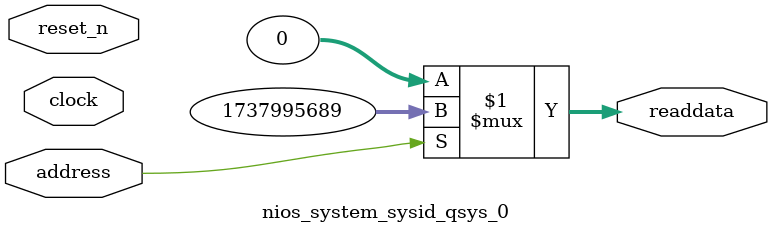
<source format=v>



// synthesis translate_off
`timescale 1ns / 1ps
// synthesis translate_on

// turn off superfluous verilog processor warnings 
// altera message_level Level1 
// altera message_off 10034 10035 10036 10037 10230 10240 10030 

module nios_system_sysid_qsys_0 (
               // inputs:
                address,
                clock,
                reset_n,

               // outputs:
                readdata
             )
;

  output  [ 31: 0] readdata;
  input            address;
  input            clock;
  input            reset_n;

  wire    [ 31: 0] readdata;
  //control_slave, which is an e_avalon_slave
  assign readdata = address ? 1737995689 : 0;

endmodule



</source>
